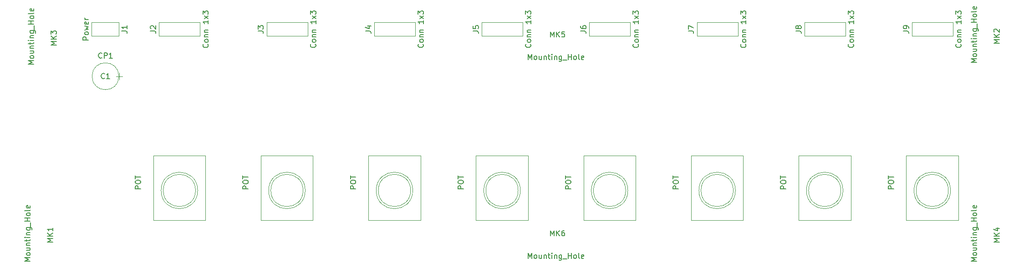
<source format=gbr>
G04 #@! TF.FileFunction,Other,Fab,Top*
%FSLAX46Y46*%
G04 Gerber Fmt 4.6, Leading zero omitted, Abs format (unit mm)*
G04 Created by KiCad (PCBNEW 4.0.7) date Monday, 21 May 2018 'PMt' 08:29:24 PM*
%MOMM*%
%LPD*%
G01*
G04 APERTURE LIST*
%ADD10C,0.100000*%
%ADD11C,0.150000*%
G04 APERTURE END LIST*
D10*
X38770000Y-98730000D02*
X33690000Y-98730000D01*
X33690000Y-98730000D02*
X33690000Y-101270000D01*
X33690000Y-101270000D02*
X38770000Y-101270000D01*
X38770000Y-101270000D02*
X38770000Y-98730000D01*
X46230000Y-101270000D02*
X53850000Y-101270000D01*
X53850000Y-101270000D02*
X53850000Y-98730000D01*
X53850000Y-98730000D02*
X46230000Y-98730000D01*
X46230000Y-98730000D02*
X46230000Y-101270000D01*
X66230000Y-101270000D02*
X73850000Y-101270000D01*
X73850000Y-101270000D02*
X73850000Y-98730000D01*
X73850000Y-98730000D02*
X66230000Y-98730000D01*
X66230000Y-98730000D02*
X66230000Y-101270000D01*
X86230000Y-101270000D02*
X93850000Y-101270000D01*
X93850000Y-101270000D02*
X93850000Y-98730000D01*
X93850000Y-98730000D02*
X86230000Y-98730000D01*
X86230000Y-98730000D02*
X86230000Y-101270000D01*
X106230000Y-101270000D02*
X113850000Y-101270000D01*
X113850000Y-101270000D02*
X113850000Y-98730000D01*
X113850000Y-98730000D02*
X106230000Y-98730000D01*
X106230000Y-98730000D02*
X106230000Y-101270000D01*
X126230000Y-101270000D02*
X133850000Y-101270000D01*
X133850000Y-101270000D02*
X133850000Y-98730000D01*
X133850000Y-98730000D02*
X126230000Y-98730000D01*
X126230000Y-98730000D02*
X126230000Y-101270000D01*
X146230000Y-101270000D02*
X153850000Y-101270000D01*
X153850000Y-101270000D02*
X153850000Y-98730000D01*
X153850000Y-98730000D02*
X146230000Y-98730000D01*
X146230000Y-98730000D02*
X146230000Y-101270000D01*
X166230000Y-101270000D02*
X173850000Y-101270000D01*
X173850000Y-101270000D02*
X173850000Y-98730000D01*
X173850000Y-98730000D02*
X166230000Y-98730000D01*
X166230000Y-98730000D02*
X166230000Y-101270000D01*
X186230000Y-101270000D02*
X193850000Y-101270000D01*
X193850000Y-101270000D02*
X193850000Y-98730000D01*
X193850000Y-98730000D02*
X186230000Y-98730000D01*
X186230000Y-98730000D02*
X186230000Y-101270000D01*
X53400000Y-130000000D02*
G75*
G03X53400000Y-130000000I-3400000J0D01*
G01*
X53000000Y-130000000D02*
G75*
G03X53000000Y-130000000I-3000000J0D01*
G01*
X54850000Y-123500000D02*
X45150000Y-123500000D01*
X45150000Y-123500000D02*
X45150000Y-135500000D01*
X45150000Y-135500000D02*
X54850000Y-135500000D01*
X54850000Y-135500000D02*
X54850000Y-123500000D01*
X73400000Y-130000000D02*
G75*
G03X73400000Y-130000000I-3400000J0D01*
G01*
X73000000Y-130000000D02*
G75*
G03X73000000Y-130000000I-3000000J0D01*
G01*
X74850000Y-123500000D02*
X65150000Y-123500000D01*
X65150000Y-123500000D02*
X65150000Y-135500000D01*
X65150000Y-135500000D02*
X74850000Y-135500000D01*
X74850000Y-135500000D02*
X74850000Y-123500000D01*
X93400000Y-130000000D02*
G75*
G03X93400000Y-130000000I-3400000J0D01*
G01*
X93000000Y-130000000D02*
G75*
G03X93000000Y-130000000I-3000000J0D01*
G01*
X94850000Y-123500000D02*
X85150000Y-123500000D01*
X85150000Y-123500000D02*
X85150000Y-135500000D01*
X85150000Y-135500000D02*
X94850000Y-135500000D01*
X94850000Y-135500000D02*
X94850000Y-123500000D01*
X113400000Y-130000000D02*
G75*
G03X113400000Y-130000000I-3400000J0D01*
G01*
X113000000Y-130000000D02*
G75*
G03X113000000Y-130000000I-3000000J0D01*
G01*
X114850000Y-123500000D02*
X105150000Y-123500000D01*
X105150000Y-123500000D02*
X105150000Y-135500000D01*
X105150000Y-135500000D02*
X114850000Y-135500000D01*
X114850000Y-135500000D02*
X114850000Y-123500000D01*
X133400000Y-130000000D02*
G75*
G03X133400000Y-130000000I-3400000J0D01*
G01*
X133000000Y-130000000D02*
G75*
G03X133000000Y-130000000I-3000000J0D01*
G01*
X134850000Y-123500000D02*
X125150000Y-123500000D01*
X125150000Y-123500000D02*
X125150000Y-135500000D01*
X125150000Y-135500000D02*
X134850000Y-135500000D01*
X134850000Y-135500000D02*
X134850000Y-123500000D01*
X153400000Y-130000000D02*
G75*
G03X153400000Y-130000000I-3400000J0D01*
G01*
X153000000Y-130000000D02*
G75*
G03X153000000Y-130000000I-3000000J0D01*
G01*
X154850000Y-123500000D02*
X145150000Y-123500000D01*
X145150000Y-123500000D02*
X145150000Y-135500000D01*
X145150000Y-135500000D02*
X154850000Y-135500000D01*
X154850000Y-135500000D02*
X154850000Y-123500000D01*
X173400000Y-130000000D02*
G75*
G03X173400000Y-130000000I-3400000J0D01*
G01*
X173000000Y-130000000D02*
G75*
G03X173000000Y-130000000I-3000000J0D01*
G01*
X174850000Y-123500000D02*
X165150000Y-123500000D01*
X165150000Y-123500000D02*
X165150000Y-135500000D01*
X165150000Y-135500000D02*
X174850000Y-135500000D01*
X174850000Y-135500000D02*
X174850000Y-123500000D01*
X193400000Y-130000000D02*
G75*
G03X193400000Y-130000000I-3400000J0D01*
G01*
X193000000Y-130000000D02*
G75*
G03X193000000Y-130000000I-3000000J0D01*
G01*
X194850000Y-123500000D02*
X185150000Y-123500000D01*
X185150000Y-123500000D02*
X185150000Y-135500000D01*
X185150000Y-135500000D02*
X194850000Y-135500000D01*
X194850000Y-135500000D02*
X194850000Y-123500000D01*
X38750000Y-108750000D02*
G75*
G03X38750000Y-108750000I-2500000J0D01*
G01*
X39450000Y-108750000D02*
X38250000Y-108750000D01*
X38850000Y-109400000D02*
X38850000Y-108100000D01*
D11*
X33082381Y-101976191D02*
X32082381Y-101976191D01*
X32082381Y-101595238D01*
X32130000Y-101500000D01*
X32177619Y-101452381D01*
X32272857Y-101404762D01*
X32415714Y-101404762D01*
X32510952Y-101452381D01*
X32558571Y-101500000D01*
X32606190Y-101595238D01*
X32606190Y-101976191D01*
X33082381Y-100833334D02*
X33034762Y-100928572D01*
X32987143Y-100976191D01*
X32891905Y-101023810D01*
X32606190Y-101023810D01*
X32510952Y-100976191D01*
X32463333Y-100928572D01*
X32415714Y-100833334D01*
X32415714Y-100690476D01*
X32463333Y-100595238D01*
X32510952Y-100547619D01*
X32606190Y-100500000D01*
X32891905Y-100500000D01*
X32987143Y-100547619D01*
X33034762Y-100595238D01*
X33082381Y-100690476D01*
X33082381Y-100833334D01*
X32415714Y-100166667D02*
X33082381Y-99976191D01*
X32606190Y-99785714D01*
X33082381Y-99595238D01*
X32415714Y-99404762D01*
X33034762Y-98642857D02*
X33082381Y-98738095D01*
X33082381Y-98928572D01*
X33034762Y-99023810D01*
X32939524Y-99071429D01*
X32558571Y-99071429D01*
X32463333Y-99023810D01*
X32415714Y-98928572D01*
X32415714Y-98738095D01*
X32463333Y-98642857D01*
X32558571Y-98595238D01*
X32653810Y-98595238D01*
X32749048Y-99071429D01*
X33082381Y-98166667D02*
X32415714Y-98166667D01*
X32606190Y-98166667D02*
X32510952Y-98119048D01*
X32463333Y-98071429D01*
X32415714Y-97976191D01*
X32415714Y-97880952D01*
X39282381Y-100333333D02*
X39996667Y-100333333D01*
X40139524Y-100380953D01*
X40234762Y-100476191D01*
X40282381Y-100619048D01*
X40282381Y-100714286D01*
X40282381Y-99333333D02*
X40282381Y-99904762D01*
X40282381Y-99619048D02*
X39282381Y-99619048D01*
X39425238Y-99714286D01*
X39520476Y-99809524D01*
X39568095Y-99904762D01*
X55267143Y-102785714D02*
X55314762Y-102833333D01*
X55362381Y-102976190D01*
X55362381Y-103071428D01*
X55314762Y-103214286D01*
X55219524Y-103309524D01*
X55124286Y-103357143D01*
X54933810Y-103404762D01*
X54790952Y-103404762D01*
X54600476Y-103357143D01*
X54505238Y-103309524D01*
X54410000Y-103214286D01*
X54362381Y-103071428D01*
X54362381Y-102976190D01*
X54410000Y-102833333D01*
X54457619Y-102785714D01*
X55362381Y-102214286D02*
X55314762Y-102309524D01*
X55267143Y-102357143D01*
X55171905Y-102404762D01*
X54886190Y-102404762D01*
X54790952Y-102357143D01*
X54743333Y-102309524D01*
X54695714Y-102214286D01*
X54695714Y-102071428D01*
X54743333Y-101976190D01*
X54790952Y-101928571D01*
X54886190Y-101880952D01*
X55171905Y-101880952D01*
X55267143Y-101928571D01*
X55314762Y-101976190D01*
X55362381Y-102071428D01*
X55362381Y-102214286D01*
X54695714Y-101452381D02*
X55362381Y-101452381D01*
X54790952Y-101452381D02*
X54743333Y-101404762D01*
X54695714Y-101309524D01*
X54695714Y-101166666D01*
X54743333Y-101071428D01*
X54838571Y-101023809D01*
X55362381Y-101023809D01*
X54695714Y-100547619D02*
X55362381Y-100547619D01*
X54790952Y-100547619D02*
X54743333Y-100500000D01*
X54695714Y-100404762D01*
X54695714Y-100261904D01*
X54743333Y-100166666D01*
X54838571Y-100119047D01*
X55362381Y-100119047D01*
X55362381Y-98357142D02*
X55362381Y-98928571D01*
X55362381Y-98642857D02*
X54362381Y-98642857D01*
X54505238Y-98738095D01*
X54600476Y-98833333D01*
X54648095Y-98928571D01*
X55362381Y-98023809D02*
X54695714Y-97499999D01*
X54695714Y-98023809D02*
X55362381Y-97499999D01*
X54362381Y-97214285D02*
X54362381Y-96595237D01*
X54743333Y-96928571D01*
X54743333Y-96785713D01*
X54790952Y-96690475D01*
X54838571Y-96642856D01*
X54933810Y-96595237D01*
X55171905Y-96595237D01*
X55267143Y-96642856D01*
X55314762Y-96690475D01*
X55362381Y-96785713D01*
X55362381Y-97071428D01*
X55314762Y-97166666D01*
X55267143Y-97214285D01*
X44622381Y-100333333D02*
X45336667Y-100333333D01*
X45479524Y-100380953D01*
X45574762Y-100476191D01*
X45622381Y-100619048D01*
X45622381Y-100714286D01*
X44717619Y-99904762D02*
X44670000Y-99857143D01*
X44622381Y-99761905D01*
X44622381Y-99523809D01*
X44670000Y-99428571D01*
X44717619Y-99380952D01*
X44812857Y-99333333D01*
X44908095Y-99333333D01*
X45050952Y-99380952D01*
X45622381Y-99952381D01*
X45622381Y-99333333D01*
X75267143Y-102785714D02*
X75314762Y-102833333D01*
X75362381Y-102976190D01*
X75362381Y-103071428D01*
X75314762Y-103214286D01*
X75219524Y-103309524D01*
X75124286Y-103357143D01*
X74933810Y-103404762D01*
X74790952Y-103404762D01*
X74600476Y-103357143D01*
X74505238Y-103309524D01*
X74410000Y-103214286D01*
X74362381Y-103071428D01*
X74362381Y-102976190D01*
X74410000Y-102833333D01*
X74457619Y-102785714D01*
X75362381Y-102214286D02*
X75314762Y-102309524D01*
X75267143Y-102357143D01*
X75171905Y-102404762D01*
X74886190Y-102404762D01*
X74790952Y-102357143D01*
X74743333Y-102309524D01*
X74695714Y-102214286D01*
X74695714Y-102071428D01*
X74743333Y-101976190D01*
X74790952Y-101928571D01*
X74886190Y-101880952D01*
X75171905Y-101880952D01*
X75267143Y-101928571D01*
X75314762Y-101976190D01*
X75362381Y-102071428D01*
X75362381Y-102214286D01*
X74695714Y-101452381D02*
X75362381Y-101452381D01*
X74790952Y-101452381D02*
X74743333Y-101404762D01*
X74695714Y-101309524D01*
X74695714Y-101166666D01*
X74743333Y-101071428D01*
X74838571Y-101023809D01*
X75362381Y-101023809D01*
X74695714Y-100547619D02*
X75362381Y-100547619D01*
X74790952Y-100547619D02*
X74743333Y-100500000D01*
X74695714Y-100404762D01*
X74695714Y-100261904D01*
X74743333Y-100166666D01*
X74838571Y-100119047D01*
X75362381Y-100119047D01*
X75362381Y-98357142D02*
X75362381Y-98928571D01*
X75362381Y-98642857D02*
X74362381Y-98642857D01*
X74505238Y-98738095D01*
X74600476Y-98833333D01*
X74648095Y-98928571D01*
X75362381Y-98023809D02*
X74695714Y-97499999D01*
X74695714Y-98023809D02*
X75362381Y-97499999D01*
X74362381Y-97214285D02*
X74362381Y-96595237D01*
X74743333Y-96928571D01*
X74743333Y-96785713D01*
X74790952Y-96690475D01*
X74838571Y-96642856D01*
X74933810Y-96595237D01*
X75171905Y-96595237D01*
X75267143Y-96642856D01*
X75314762Y-96690475D01*
X75362381Y-96785713D01*
X75362381Y-97071428D01*
X75314762Y-97166666D01*
X75267143Y-97214285D01*
X64622381Y-100333333D02*
X65336667Y-100333333D01*
X65479524Y-100380953D01*
X65574762Y-100476191D01*
X65622381Y-100619048D01*
X65622381Y-100714286D01*
X64622381Y-99952381D02*
X64622381Y-99333333D01*
X65003333Y-99666667D01*
X65003333Y-99523809D01*
X65050952Y-99428571D01*
X65098571Y-99380952D01*
X65193810Y-99333333D01*
X65431905Y-99333333D01*
X65527143Y-99380952D01*
X65574762Y-99428571D01*
X65622381Y-99523809D01*
X65622381Y-99809524D01*
X65574762Y-99904762D01*
X65527143Y-99952381D01*
X95267143Y-102785714D02*
X95314762Y-102833333D01*
X95362381Y-102976190D01*
X95362381Y-103071428D01*
X95314762Y-103214286D01*
X95219524Y-103309524D01*
X95124286Y-103357143D01*
X94933810Y-103404762D01*
X94790952Y-103404762D01*
X94600476Y-103357143D01*
X94505238Y-103309524D01*
X94410000Y-103214286D01*
X94362381Y-103071428D01*
X94362381Y-102976190D01*
X94410000Y-102833333D01*
X94457619Y-102785714D01*
X95362381Y-102214286D02*
X95314762Y-102309524D01*
X95267143Y-102357143D01*
X95171905Y-102404762D01*
X94886190Y-102404762D01*
X94790952Y-102357143D01*
X94743333Y-102309524D01*
X94695714Y-102214286D01*
X94695714Y-102071428D01*
X94743333Y-101976190D01*
X94790952Y-101928571D01*
X94886190Y-101880952D01*
X95171905Y-101880952D01*
X95267143Y-101928571D01*
X95314762Y-101976190D01*
X95362381Y-102071428D01*
X95362381Y-102214286D01*
X94695714Y-101452381D02*
X95362381Y-101452381D01*
X94790952Y-101452381D02*
X94743333Y-101404762D01*
X94695714Y-101309524D01*
X94695714Y-101166666D01*
X94743333Y-101071428D01*
X94838571Y-101023809D01*
X95362381Y-101023809D01*
X94695714Y-100547619D02*
X95362381Y-100547619D01*
X94790952Y-100547619D02*
X94743333Y-100500000D01*
X94695714Y-100404762D01*
X94695714Y-100261904D01*
X94743333Y-100166666D01*
X94838571Y-100119047D01*
X95362381Y-100119047D01*
X95362381Y-98357142D02*
X95362381Y-98928571D01*
X95362381Y-98642857D02*
X94362381Y-98642857D01*
X94505238Y-98738095D01*
X94600476Y-98833333D01*
X94648095Y-98928571D01*
X95362381Y-98023809D02*
X94695714Y-97499999D01*
X94695714Y-98023809D02*
X95362381Y-97499999D01*
X94362381Y-97214285D02*
X94362381Y-96595237D01*
X94743333Y-96928571D01*
X94743333Y-96785713D01*
X94790952Y-96690475D01*
X94838571Y-96642856D01*
X94933810Y-96595237D01*
X95171905Y-96595237D01*
X95267143Y-96642856D01*
X95314762Y-96690475D01*
X95362381Y-96785713D01*
X95362381Y-97071428D01*
X95314762Y-97166666D01*
X95267143Y-97214285D01*
X84622381Y-100333333D02*
X85336667Y-100333333D01*
X85479524Y-100380953D01*
X85574762Y-100476191D01*
X85622381Y-100619048D01*
X85622381Y-100714286D01*
X84955714Y-99428571D02*
X85622381Y-99428571D01*
X84574762Y-99666667D02*
X85289048Y-99904762D01*
X85289048Y-99285714D01*
X115267143Y-102785714D02*
X115314762Y-102833333D01*
X115362381Y-102976190D01*
X115362381Y-103071428D01*
X115314762Y-103214286D01*
X115219524Y-103309524D01*
X115124286Y-103357143D01*
X114933810Y-103404762D01*
X114790952Y-103404762D01*
X114600476Y-103357143D01*
X114505238Y-103309524D01*
X114410000Y-103214286D01*
X114362381Y-103071428D01*
X114362381Y-102976190D01*
X114410000Y-102833333D01*
X114457619Y-102785714D01*
X115362381Y-102214286D02*
X115314762Y-102309524D01*
X115267143Y-102357143D01*
X115171905Y-102404762D01*
X114886190Y-102404762D01*
X114790952Y-102357143D01*
X114743333Y-102309524D01*
X114695714Y-102214286D01*
X114695714Y-102071428D01*
X114743333Y-101976190D01*
X114790952Y-101928571D01*
X114886190Y-101880952D01*
X115171905Y-101880952D01*
X115267143Y-101928571D01*
X115314762Y-101976190D01*
X115362381Y-102071428D01*
X115362381Y-102214286D01*
X114695714Y-101452381D02*
X115362381Y-101452381D01*
X114790952Y-101452381D02*
X114743333Y-101404762D01*
X114695714Y-101309524D01*
X114695714Y-101166666D01*
X114743333Y-101071428D01*
X114838571Y-101023809D01*
X115362381Y-101023809D01*
X114695714Y-100547619D02*
X115362381Y-100547619D01*
X114790952Y-100547619D02*
X114743333Y-100500000D01*
X114695714Y-100404762D01*
X114695714Y-100261904D01*
X114743333Y-100166666D01*
X114838571Y-100119047D01*
X115362381Y-100119047D01*
X115362381Y-98357142D02*
X115362381Y-98928571D01*
X115362381Y-98642857D02*
X114362381Y-98642857D01*
X114505238Y-98738095D01*
X114600476Y-98833333D01*
X114648095Y-98928571D01*
X115362381Y-98023809D02*
X114695714Y-97499999D01*
X114695714Y-98023809D02*
X115362381Y-97499999D01*
X114362381Y-97214285D02*
X114362381Y-96595237D01*
X114743333Y-96928571D01*
X114743333Y-96785713D01*
X114790952Y-96690475D01*
X114838571Y-96642856D01*
X114933810Y-96595237D01*
X115171905Y-96595237D01*
X115267143Y-96642856D01*
X115314762Y-96690475D01*
X115362381Y-96785713D01*
X115362381Y-97071428D01*
X115314762Y-97166666D01*
X115267143Y-97214285D01*
X104622381Y-100333333D02*
X105336667Y-100333333D01*
X105479524Y-100380953D01*
X105574762Y-100476191D01*
X105622381Y-100619048D01*
X105622381Y-100714286D01*
X104622381Y-99380952D02*
X104622381Y-99857143D01*
X105098571Y-99904762D01*
X105050952Y-99857143D01*
X105003333Y-99761905D01*
X105003333Y-99523809D01*
X105050952Y-99428571D01*
X105098571Y-99380952D01*
X105193810Y-99333333D01*
X105431905Y-99333333D01*
X105527143Y-99380952D01*
X105574762Y-99428571D01*
X105622381Y-99523809D01*
X105622381Y-99761905D01*
X105574762Y-99857143D01*
X105527143Y-99904762D01*
X135267143Y-102785714D02*
X135314762Y-102833333D01*
X135362381Y-102976190D01*
X135362381Y-103071428D01*
X135314762Y-103214286D01*
X135219524Y-103309524D01*
X135124286Y-103357143D01*
X134933810Y-103404762D01*
X134790952Y-103404762D01*
X134600476Y-103357143D01*
X134505238Y-103309524D01*
X134410000Y-103214286D01*
X134362381Y-103071428D01*
X134362381Y-102976190D01*
X134410000Y-102833333D01*
X134457619Y-102785714D01*
X135362381Y-102214286D02*
X135314762Y-102309524D01*
X135267143Y-102357143D01*
X135171905Y-102404762D01*
X134886190Y-102404762D01*
X134790952Y-102357143D01*
X134743333Y-102309524D01*
X134695714Y-102214286D01*
X134695714Y-102071428D01*
X134743333Y-101976190D01*
X134790952Y-101928571D01*
X134886190Y-101880952D01*
X135171905Y-101880952D01*
X135267143Y-101928571D01*
X135314762Y-101976190D01*
X135362381Y-102071428D01*
X135362381Y-102214286D01*
X134695714Y-101452381D02*
X135362381Y-101452381D01*
X134790952Y-101452381D02*
X134743333Y-101404762D01*
X134695714Y-101309524D01*
X134695714Y-101166666D01*
X134743333Y-101071428D01*
X134838571Y-101023809D01*
X135362381Y-101023809D01*
X134695714Y-100547619D02*
X135362381Y-100547619D01*
X134790952Y-100547619D02*
X134743333Y-100500000D01*
X134695714Y-100404762D01*
X134695714Y-100261904D01*
X134743333Y-100166666D01*
X134838571Y-100119047D01*
X135362381Y-100119047D01*
X135362381Y-98357142D02*
X135362381Y-98928571D01*
X135362381Y-98642857D02*
X134362381Y-98642857D01*
X134505238Y-98738095D01*
X134600476Y-98833333D01*
X134648095Y-98928571D01*
X135362381Y-98023809D02*
X134695714Y-97499999D01*
X134695714Y-98023809D02*
X135362381Y-97499999D01*
X134362381Y-97214285D02*
X134362381Y-96595237D01*
X134743333Y-96928571D01*
X134743333Y-96785713D01*
X134790952Y-96690475D01*
X134838571Y-96642856D01*
X134933810Y-96595237D01*
X135171905Y-96595237D01*
X135267143Y-96642856D01*
X135314762Y-96690475D01*
X135362381Y-96785713D01*
X135362381Y-97071428D01*
X135314762Y-97166666D01*
X135267143Y-97214285D01*
X124622381Y-100333333D02*
X125336667Y-100333333D01*
X125479524Y-100380953D01*
X125574762Y-100476191D01*
X125622381Y-100619048D01*
X125622381Y-100714286D01*
X124622381Y-99428571D02*
X124622381Y-99619048D01*
X124670000Y-99714286D01*
X124717619Y-99761905D01*
X124860476Y-99857143D01*
X125050952Y-99904762D01*
X125431905Y-99904762D01*
X125527143Y-99857143D01*
X125574762Y-99809524D01*
X125622381Y-99714286D01*
X125622381Y-99523809D01*
X125574762Y-99428571D01*
X125527143Y-99380952D01*
X125431905Y-99333333D01*
X125193810Y-99333333D01*
X125098571Y-99380952D01*
X125050952Y-99428571D01*
X125003333Y-99523809D01*
X125003333Y-99714286D01*
X125050952Y-99809524D01*
X125098571Y-99857143D01*
X125193810Y-99904762D01*
X155267143Y-102785714D02*
X155314762Y-102833333D01*
X155362381Y-102976190D01*
X155362381Y-103071428D01*
X155314762Y-103214286D01*
X155219524Y-103309524D01*
X155124286Y-103357143D01*
X154933810Y-103404762D01*
X154790952Y-103404762D01*
X154600476Y-103357143D01*
X154505238Y-103309524D01*
X154410000Y-103214286D01*
X154362381Y-103071428D01*
X154362381Y-102976190D01*
X154410000Y-102833333D01*
X154457619Y-102785714D01*
X155362381Y-102214286D02*
X155314762Y-102309524D01*
X155267143Y-102357143D01*
X155171905Y-102404762D01*
X154886190Y-102404762D01*
X154790952Y-102357143D01*
X154743333Y-102309524D01*
X154695714Y-102214286D01*
X154695714Y-102071428D01*
X154743333Y-101976190D01*
X154790952Y-101928571D01*
X154886190Y-101880952D01*
X155171905Y-101880952D01*
X155267143Y-101928571D01*
X155314762Y-101976190D01*
X155362381Y-102071428D01*
X155362381Y-102214286D01*
X154695714Y-101452381D02*
X155362381Y-101452381D01*
X154790952Y-101452381D02*
X154743333Y-101404762D01*
X154695714Y-101309524D01*
X154695714Y-101166666D01*
X154743333Y-101071428D01*
X154838571Y-101023809D01*
X155362381Y-101023809D01*
X154695714Y-100547619D02*
X155362381Y-100547619D01*
X154790952Y-100547619D02*
X154743333Y-100500000D01*
X154695714Y-100404762D01*
X154695714Y-100261904D01*
X154743333Y-100166666D01*
X154838571Y-100119047D01*
X155362381Y-100119047D01*
X155362381Y-98357142D02*
X155362381Y-98928571D01*
X155362381Y-98642857D02*
X154362381Y-98642857D01*
X154505238Y-98738095D01*
X154600476Y-98833333D01*
X154648095Y-98928571D01*
X155362381Y-98023809D02*
X154695714Y-97499999D01*
X154695714Y-98023809D02*
X155362381Y-97499999D01*
X154362381Y-97214285D02*
X154362381Y-96595237D01*
X154743333Y-96928571D01*
X154743333Y-96785713D01*
X154790952Y-96690475D01*
X154838571Y-96642856D01*
X154933810Y-96595237D01*
X155171905Y-96595237D01*
X155267143Y-96642856D01*
X155314762Y-96690475D01*
X155362381Y-96785713D01*
X155362381Y-97071428D01*
X155314762Y-97166666D01*
X155267143Y-97214285D01*
X144622381Y-100333333D02*
X145336667Y-100333333D01*
X145479524Y-100380953D01*
X145574762Y-100476191D01*
X145622381Y-100619048D01*
X145622381Y-100714286D01*
X144622381Y-99952381D02*
X144622381Y-99285714D01*
X145622381Y-99714286D01*
X175267143Y-102785714D02*
X175314762Y-102833333D01*
X175362381Y-102976190D01*
X175362381Y-103071428D01*
X175314762Y-103214286D01*
X175219524Y-103309524D01*
X175124286Y-103357143D01*
X174933810Y-103404762D01*
X174790952Y-103404762D01*
X174600476Y-103357143D01*
X174505238Y-103309524D01*
X174410000Y-103214286D01*
X174362381Y-103071428D01*
X174362381Y-102976190D01*
X174410000Y-102833333D01*
X174457619Y-102785714D01*
X175362381Y-102214286D02*
X175314762Y-102309524D01*
X175267143Y-102357143D01*
X175171905Y-102404762D01*
X174886190Y-102404762D01*
X174790952Y-102357143D01*
X174743333Y-102309524D01*
X174695714Y-102214286D01*
X174695714Y-102071428D01*
X174743333Y-101976190D01*
X174790952Y-101928571D01*
X174886190Y-101880952D01*
X175171905Y-101880952D01*
X175267143Y-101928571D01*
X175314762Y-101976190D01*
X175362381Y-102071428D01*
X175362381Y-102214286D01*
X174695714Y-101452381D02*
X175362381Y-101452381D01*
X174790952Y-101452381D02*
X174743333Y-101404762D01*
X174695714Y-101309524D01*
X174695714Y-101166666D01*
X174743333Y-101071428D01*
X174838571Y-101023809D01*
X175362381Y-101023809D01*
X174695714Y-100547619D02*
X175362381Y-100547619D01*
X174790952Y-100547619D02*
X174743333Y-100500000D01*
X174695714Y-100404762D01*
X174695714Y-100261904D01*
X174743333Y-100166666D01*
X174838571Y-100119047D01*
X175362381Y-100119047D01*
X175362381Y-98357142D02*
X175362381Y-98928571D01*
X175362381Y-98642857D02*
X174362381Y-98642857D01*
X174505238Y-98738095D01*
X174600476Y-98833333D01*
X174648095Y-98928571D01*
X175362381Y-98023809D02*
X174695714Y-97499999D01*
X174695714Y-98023809D02*
X175362381Y-97499999D01*
X174362381Y-97214285D02*
X174362381Y-96595237D01*
X174743333Y-96928571D01*
X174743333Y-96785713D01*
X174790952Y-96690475D01*
X174838571Y-96642856D01*
X174933810Y-96595237D01*
X175171905Y-96595237D01*
X175267143Y-96642856D01*
X175314762Y-96690475D01*
X175362381Y-96785713D01*
X175362381Y-97071428D01*
X175314762Y-97166666D01*
X175267143Y-97214285D01*
X164622381Y-100333333D02*
X165336667Y-100333333D01*
X165479524Y-100380953D01*
X165574762Y-100476191D01*
X165622381Y-100619048D01*
X165622381Y-100714286D01*
X165050952Y-99714286D02*
X165003333Y-99809524D01*
X164955714Y-99857143D01*
X164860476Y-99904762D01*
X164812857Y-99904762D01*
X164717619Y-99857143D01*
X164670000Y-99809524D01*
X164622381Y-99714286D01*
X164622381Y-99523809D01*
X164670000Y-99428571D01*
X164717619Y-99380952D01*
X164812857Y-99333333D01*
X164860476Y-99333333D01*
X164955714Y-99380952D01*
X165003333Y-99428571D01*
X165050952Y-99523809D01*
X165050952Y-99714286D01*
X165098571Y-99809524D01*
X165146190Y-99857143D01*
X165241429Y-99904762D01*
X165431905Y-99904762D01*
X165527143Y-99857143D01*
X165574762Y-99809524D01*
X165622381Y-99714286D01*
X165622381Y-99523809D01*
X165574762Y-99428571D01*
X165527143Y-99380952D01*
X165431905Y-99333333D01*
X165241429Y-99333333D01*
X165146190Y-99380952D01*
X165098571Y-99428571D01*
X165050952Y-99523809D01*
X195267143Y-102785714D02*
X195314762Y-102833333D01*
X195362381Y-102976190D01*
X195362381Y-103071428D01*
X195314762Y-103214286D01*
X195219524Y-103309524D01*
X195124286Y-103357143D01*
X194933810Y-103404762D01*
X194790952Y-103404762D01*
X194600476Y-103357143D01*
X194505238Y-103309524D01*
X194410000Y-103214286D01*
X194362381Y-103071428D01*
X194362381Y-102976190D01*
X194410000Y-102833333D01*
X194457619Y-102785714D01*
X195362381Y-102214286D02*
X195314762Y-102309524D01*
X195267143Y-102357143D01*
X195171905Y-102404762D01*
X194886190Y-102404762D01*
X194790952Y-102357143D01*
X194743333Y-102309524D01*
X194695714Y-102214286D01*
X194695714Y-102071428D01*
X194743333Y-101976190D01*
X194790952Y-101928571D01*
X194886190Y-101880952D01*
X195171905Y-101880952D01*
X195267143Y-101928571D01*
X195314762Y-101976190D01*
X195362381Y-102071428D01*
X195362381Y-102214286D01*
X194695714Y-101452381D02*
X195362381Y-101452381D01*
X194790952Y-101452381D02*
X194743333Y-101404762D01*
X194695714Y-101309524D01*
X194695714Y-101166666D01*
X194743333Y-101071428D01*
X194838571Y-101023809D01*
X195362381Y-101023809D01*
X194695714Y-100547619D02*
X195362381Y-100547619D01*
X194790952Y-100547619D02*
X194743333Y-100500000D01*
X194695714Y-100404762D01*
X194695714Y-100261904D01*
X194743333Y-100166666D01*
X194838571Y-100119047D01*
X195362381Y-100119047D01*
X195362381Y-98357142D02*
X195362381Y-98928571D01*
X195362381Y-98642857D02*
X194362381Y-98642857D01*
X194505238Y-98738095D01*
X194600476Y-98833333D01*
X194648095Y-98928571D01*
X195362381Y-98023809D02*
X194695714Y-97499999D01*
X194695714Y-98023809D02*
X195362381Y-97499999D01*
X194362381Y-97214285D02*
X194362381Y-96595237D01*
X194743333Y-96928571D01*
X194743333Y-96785713D01*
X194790952Y-96690475D01*
X194838571Y-96642856D01*
X194933810Y-96595237D01*
X195171905Y-96595237D01*
X195267143Y-96642856D01*
X195314762Y-96690475D01*
X195362381Y-96785713D01*
X195362381Y-97071428D01*
X195314762Y-97166666D01*
X195267143Y-97214285D01*
X184622381Y-100333333D02*
X185336667Y-100333333D01*
X185479524Y-100380953D01*
X185574762Y-100476191D01*
X185622381Y-100619048D01*
X185622381Y-100714286D01*
X185622381Y-99809524D02*
X185622381Y-99619048D01*
X185574762Y-99523809D01*
X185527143Y-99476190D01*
X185384286Y-99380952D01*
X185193810Y-99333333D01*
X184812857Y-99333333D01*
X184717619Y-99380952D01*
X184670000Y-99428571D01*
X184622381Y-99523809D01*
X184622381Y-99714286D01*
X184670000Y-99809524D01*
X184717619Y-99857143D01*
X184812857Y-99904762D01*
X185050952Y-99904762D01*
X185146190Y-99857143D01*
X185193810Y-99809524D01*
X185241429Y-99714286D01*
X185241429Y-99523809D01*
X185193810Y-99428571D01*
X185146190Y-99380952D01*
X185050952Y-99333333D01*
X42802381Y-129716667D02*
X41802381Y-129716667D01*
X41802381Y-129335714D01*
X41850000Y-129240476D01*
X41897619Y-129192857D01*
X41992857Y-129145238D01*
X42135714Y-129145238D01*
X42230952Y-129192857D01*
X42278571Y-129240476D01*
X42326190Y-129335714D01*
X42326190Y-129716667D01*
X41802381Y-128526191D02*
X41802381Y-128335714D01*
X41850000Y-128240476D01*
X41945238Y-128145238D01*
X42135714Y-128097619D01*
X42469048Y-128097619D01*
X42659524Y-128145238D01*
X42754762Y-128240476D01*
X42802381Y-128335714D01*
X42802381Y-128526191D01*
X42754762Y-128621429D01*
X42659524Y-128716667D01*
X42469048Y-128764286D01*
X42135714Y-128764286D01*
X41945238Y-128716667D01*
X41850000Y-128621429D01*
X41802381Y-128526191D01*
X41802381Y-127811905D02*
X41802381Y-127240476D01*
X42802381Y-127526191D02*
X41802381Y-127526191D01*
X62802381Y-129716667D02*
X61802381Y-129716667D01*
X61802381Y-129335714D01*
X61850000Y-129240476D01*
X61897619Y-129192857D01*
X61992857Y-129145238D01*
X62135714Y-129145238D01*
X62230952Y-129192857D01*
X62278571Y-129240476D01*
X62326190Y-129335714D01*
X62326190Y-129716667D01*
X61802381Y-128526191D02*
X61802381Y-128335714D01*
X61850000Y-128240476D01*
X61945238Y-128145238D01*
X62135714Y-128097619D01*
X62469048Y-128097619D01*
X62659524Y-128145238D01*
X62754762Y-128240476D01*
X62802381Y-128335714D01*
X62802381Y-128526191D01*
X62754762Y-128621429D01*
X62659524Y-128716667D01*
X62469048Y-128764286D01*
X62135714Y-128764286D01*
X61945238Y-128716667D01*
X61850000Y-128621429D01*
X61802381Y-128526191D01*
X61802381Y-127811905D02*
X61802381Y-127240476D01*
X62802381Y-127526191D02*
X61802381Y-127526191D01*
X82802381Y-129716667D02*
X81802381Y-129716667D01*
X81802381Y-129335714D01*
X81850000Y-129240476D01*
X81897619Y-129192857D01*
X81992857Y-129145238D01*
X82135714Y-129145238D01*
X82230952Y-129192857D01*
X82278571Y-129240476D01*
X82326190Y-129335714D01*
X82326190Y-129716667D01*
X81802381Y-128526191D02*
X81802381Y-128335714D01*
X81850000Y-128240476D01*
X81945238Y-128145238D01*
X82135714Y-128097619D01*
X82469048Y-128097619D01*
X82659524Y-128145238D01*
X82754762Y-128240476D01*
X82802381Y-128335714D01*
X82802381Y-128526191D01*
X82754762Y-128621429D01*
X82659524Y-128716667D01*
X82469048Y-128764286D01*
X82135714Y-128764286D01*
X81945238Y-128716667D01*
X81850000Y-128621429D01*
X81802381Y-128526191D01*
X81802381Y-127811905D02*
X81802381Y-127240476D01*
X82802381Y-127526191D02*
X81802381Y-127526191D01*
X102802381Y-129716667D02*
X101802381Y-129716667D01*
X101802381Y-129335714D01*
X101850000Y-129240476D01*
X101897619Y-129192857D01*
X101992857Y-129145238D01*
X102135714Y-129145238D01*
X102230952Y-129192857D01*
X102278571Y-129240476D01*
X102326190Y-129335714D01*
X102326190Y-129716667D01*
X101802381Y-128526191D02*
X101802381Y-128335714D01*
X101850000Y-128240476D01*
X101945238Y-128145238D01*
X102135714Y-128097619D01*
X102469048Y-128097619D01*
X102659524Y-128145238D01*
X102754762Y-128240476D01*
X102802381Y-128335714D01*
X102802381Y-128526191D01*
X102754762Y-128621429D01*
X102659524Y-128716667D01*
X102469048Y-128764286D01*
X102135714Y-128764286D01*
X101945238Y-128716667D01*
X101850000Y-128621429D01*
X101802381Y-128526191D01*
X101802381Y-127811905D02*
X101802381Y-127240476D01*
X102802381Y-127526191D02*
X101802381Y-127526191D01*
X122802381Y-129716667D02*
X121802381Y-129716667D01*
X121802381Y-129335714D01*
X121850000Y-129240476D01*
X121897619Y-129192857D01*
X121992857Y-129145238D01*
X122135714Y-129145238D01*
X122230952Y-129192857D01*
X122278571Y-129240476D01*
X122326190Y-129335714D01*
X122326190Y-129716667D01*
X121802381Y-128526191D02*
X121802381Y-128335714D01*
X121850000Y-128240476D01*
X121945238Y-128145238D01*
X122135714Y-128097619D01*
X122469048Y-128097619D01*
X122659524Y-128145238D01*
X122754762Y-128240476D01*
X122802381Y-128335714D01*
X122802381Y-128526191D01*
X122754762Y-128621429D01*
X122659524Y-128716667D01*
X122469048Y-128764286D01*
X122135714Y-128764286D01*
X121945238Y-128716667D01*
X121850000Y-128621429D01*
X121802381Y-128526191D01*
X121802381Y-127811905D02*
X121802381Y-127240476D01*
X122802381Y-127526191D02*
X121802381Y-127526191D01*
X142802381Y-129716667D02*
X141802381Y-129716667D01*
X141802381Y-129335714D01*
X141850000Y-129240476D01*
X141897619Y-129192857D01*
X141992857Y-129145238D01*
X142135714Y-129145238D01*
X142230952Y-129192857D01*
X142278571Y-129240476D01*
X142326190Y-129335714D01*
X142326190Y-129716667D01*
X141802381Y-128526191D02*
X141802381Y-128335714D01*
X141850000Y-128240476D01*
X141945238Y-128145238D01*
X142135714Y-128097619D01*
X142469048Y-128097619D01*
X142659524Y-128145238D01*
X142754762Y-128240476D01*
X142802381Y-128335714D01*
X142802381Y-128526191D01*
X142754762Y-128621429D01*
X142659524Y-128716667D01*
X142469048Y-128764286D01*
X142135714Y-128764286D01*
X141945238Y-128716667D01*
X141850000Y-128621429D01*
X141802381Y-128526191D01*
X141802381Y-127811905D02*
X141802381Y-127240476D01*
X142802381Y-127526191D02*
X141802381Y-127526191D01*
X162802381Y-129716667D02*
X161802381Y-129716667D01*
X161802381Y-129335714D01*
X161850000Y-129240476D01*
X161897619Y-129192857D01*
X161992857Y-129145238D01*
X162135714Y-129145238D01*
X162230952Y-129192857D01*
X162278571Y-129240476D01*
X162326190Y-129335714D01*
X162326190Y-129716667D01*
X161802381Y-128526191D02*
X161802381Y-128335714D01*
X161850000Y-128240476D01*
X161945238Y-128145238D01*
X162135714Y-128097619D01*
X162469048Y-128097619D01*
X162659524Y-128145238D01*
X162754762Y-128240476D01*
X162802381Y-128335714D01*
X162802381Y-128526191D01*
X162754762Y-128621429D01*
X162659524Y-128716667D01*
X162469048Y-128764286D01*
X162135714Y-128764286D01*
X161945238Y-128716667D01*
X161850000Y-128621429D01*
X161802381Y-128526191D01*
X161802381Y-127811905D02*
X161802381Y-127240476D01*
X162802381Y-127526191D02*
X161802381Y-127526191D01*
X182802381Y-129716667D02*
X181802381Y-129716667D01*
X181802381Y-129335714D01*
X181850000Y-129240476D01*
X181897619Y-129192857D01*
X181992857Y-129145238D01*
X182135714Y-129145238D01*
X182230952Y-129192857D01*
X182278571Y-129240476D01*
X182326190Y-129335714D01*
X182326190Y-129716667D01*
X181802381Y-128526191D02*
X181802381Y-128335714D01*
X181850000Y-128240476D01*
X181945238Y-128145238D01*
X182135714Y-128097619D01*
X182469048Y-128097619D01*
X182659524Y-128145238D01*
X182754762Y-128240476D01*
X182802381Y-128335714D01*
X182802381Y-128526191D01*
X182754762Y-128621429D01*
X182659524Y-128716667D01*
X182469048Y-128764286D01*
X182135714Y-128764286D01*
X181945238Y-128716667D01*
X181850000Y-128621429D01*
X181802381Y-128526191D01*
X181802381Y-127811905D02*
X181802381Y-127240476D01*
X182802381Y-127526191D02*
X181802381Y-127526191D01*
X22252381Y-143166667D02*
X21252381Y-143166667D01*
X21966667Y-142833333D01*
X21252381Y-142500000D01*
X22252381Y-142500000D01*
X22252381Y-141880953D02*
X22204762Y-141976191D01*
X22157143Y-142023810D01*
X22061905Y-142071429D01*
X21776190Y-142071429D01*
X21680952Y-142023810D01*
X21633333Y-141976191D01*
X21585714Y-141880953D01*
X21585714Y-141738095D01*
X21633333Y-141642857D01*
X21680952Y-141595238D01*
X21776190Y-141547619D01*
X22061905Y-141547619D01*
X22157143Y-141595238D01*
X22204762Y-141642857D01*
X22252381Y-141738095D01*
X22252381Y-141880953D01*
X21585714Y-140690476D02*
X22252381Y-140690476D01*
X21585714Y-141119048D02*
X22109524Y-141119048D01*
X22204762Y-141071429D01*
X22252381Y-140976191D01*
X22252381Y-140833333D01*
X22204762Y-140738095D01*
X22157143Y-140690476D01*
X21585714Y-140214286D02*
X22252381Y-140214286D01*
X21680952Y-140214286D02*
X21633333Y-140166667D01*
X21585714Y-140071429D01*
X21585714Y-139928571D01*
X21633333Y-139833333D01*
X21728571Y-139785714D01*
X22252381Y-139785714D01*
X21585714Y-139452381D02*
X21585714Y-139071429D01*
X21252381Y-139309524D02*
X22109524Y-139309524D01*
X22204762Y-139261905D01*
X22252381Y-139166667D01*
X22252381Y-139071429D01*
X22252381Y-138738095D02*
X21585714Y-138738095D01*
X21252381Y-138738095D02*
X21300000Y-138785714D01*
X21347619Y-138738095D01*
X21300000Y-138690476D01*
X21252381Y-138738095D01*
X21347619Y-138738095D01*
X21585714Y-138261905D02*
X22252381Y-138261905D01*
X21680952Y-138261905D02*
X21633333Y-138214286D01*
X21585714Y-138119048D01*
X21585714Y-137976190D01*
X21633333Y-137880952D01*
X21728571Y-137833333D01*
X22252381Y-137833333D01*
X21585714Y-136928571D02*
X22395238Y-136928571D01*
X22490476Y-136976190D01*
X22538095Y-137023809D01*
X22585714Y-137119048D01*
X22585714Y-137261905D01*
X22538095Y-137357143D01*
X22204762Y-136928571D02*
X22252381Y-137023809D01*
X22252381Y-137214286D01*
X22204762Y-137309524D01*
X22157143Y-137357143D01*
X22061905Y-137404762D01*
X21776190Y-137404762D01*
X21680952Y-137357143D01*
X21633333Y-137309524D01*
X21585714Y-137214286D01*
X21585714Y-137023809D01*
X21633333Y-136928571D01*
X22347619Y-136690476D02*
X22347619Y-135928571D01*
X22252381Y-135690476D02*
X21252381Y-135690476D01*
X21728571Y-135690476D02*
X21728571Y-135119047D01*
X22252381Y-135119047D02*
X21252381Y-135119047D01*
X22252381Y-134500000D02*
X22204762Y-134595238D01*
X22157143Y-134642857D01*
X22061905Y-134690476D01*
X21776190Y-134690476D01*
X21680952Y-134642857D01*
X21633333Y-134595238D01*
X21585714Y-134500000D01*
X21585714Y-134357142D01*
X21633333Y-134261904D01*
X21680952Y-134214285D01*
X21776190Y-134166666D01*
X22061905Y-134166666D01*
X22157143Y-134214285D01*
X22204762Y-134261904D01*
X22252381Y-134357142D01*
X22252381Y-134500000D01*
X22252381Y-133595238D02*
X22204762Y-133690476D01*
X22109524Y-133738095D01*
X21252381Y-133738095D01*
X22204762Y-132833332D02*
X22252381Y-132928570D01*
X22252381Y-133119047D01*
X22204762Y-133214285D01*
X22109524Y-133261904D01*
X21728571Y-133261904D01*
X21633333Y-133214285D01*
X21585714Y-133119047D01*
X21585714Y-132928570D01*
X21633333Y-132833332D01*
X21728571Y-132785713D01*
X21823810Y-132785713D01*
X21919048Y-133261904D01*
X26452381Y-139609524D02*
X25452381Y-139609524D01*
X26166667Y-139276190D01*
X25452381Y-138942857D01*
X26452381Y-138942857D01*
X26452381Y-138466667D02*
X25452381Y-138466667D01*
X26452381Y-137895238D02*
X25880952Y-138323810D01*
X25452381Y-137895238D02*
X26023810Y-138466667D01*
X26452381Y-136942857D02*
X26452381Y-137514286D01*
X26452381Y-137228572D02*
X25452381Y-137228572D01*
X25595238Y-137323810D01*
X25690476Y-137419048D01*
X25738095Y-137514286D01*
X198252381Y-106166667D02*
X197252381Y-106166667D01*
X197966667Y-105833333D01*
X197252381Y-105500000D01*
X198252381Y-105500000D01*
X198252381Y-104880953D02*
X198204762Y-104976191D01*
X198157143Y-105023810D01*
X198061905Y-105071429D01*
X197776190Y-105071429D01*
X197680952Y-105023810D01*
X197633333Y-104976191D01*
X197585714Y-104880953D01*
X197585714Y-104738095D01*
X197633333Y-104642857D01*
X197680952Y-104595238D01*
X197776190Y-104547619D01*
X198061905Y-104547619D01*
X198157143Y-104595238D01*
X198204762Y-104642857D01*
X198252381Y-104738095D01*
X198252381Y-104880953D01*
X197585714Y-103690476D02*
X198252381Y-103690476D01*
X197585714Y-104119048D02*
X198109524Y-104119048D01*
X198204762Y-104071429D01*
X198252381Y-103976191D01*
X198252381Y-103833333D01*
X198204762Y-103738095D01*
X198157143Y-103690476D01*
X197585714Y-103214286D02*
X198252381Y-103214286D01*
X197680952Y-103214286D02*
X197633333Y-103166667D01*
X197585714Y-103071429D01*
X197585714Y-102928571D01*
X197633333Y-102833333D01*
X197728571Y-102785714D01*
X198252381Y-102785714D01*
X197585714Y-102452381D02*
X197585714Y-102071429D01*
X197252381Y-102309524D02*
X198109524Y-102309524D01*
X198204762Y-102261905D01*
X198252381Y-102166667D01*
X198252381Y-102071429D01*
X198252381Y-101738095D02*
X197585714Y-101738095D01*
X197252381Y-101738095D02*
X197300000Y-101785714D01*
X197347619Y-101738095D01*
X197300000Y-101690476D01*
X197252381Y-101738095D01*
X197347619Y-101738095D01*
X197585714Y-101261905D02*
X198252381Y-101261905D01*
X197680952Y-101261905D02*
X197633333Y-101214286D01*
X197585714Y-101119048D01*
X197585714Y-100976190D01*
X197633333Y-100880952D01*
X197728571Y-100833333D01*
X198252381Y-100833333D01*
X197585714Y-99928571D02*
X198395238Y-99928571D01*
X198490476Y-99976190D01*
X198538095Y-100023809D01*
X198585714Y-100119048D01*
X198585714Y-100261905D01*
X198538095Y-100357143D01*
X198204762Y-99928571D02*
X198252381Y-100023809D01*
X198252381Y-100214286D01*
X198204762Y-100309524D01*
X198157143Y-100357143D01*
X198061905Y-100404762D01*
X197776190Y-100404762D01*
X197680952Y-100357143D01*
X197633333Y-100309524D01*
X197585714Y-100214286D01*
X197585714Y-100023809D01*
X197633333Y-99928571D01*
X198347619Y-99690476D02*
X198347619Y-98928571D01*
X198252381Y-98690476D02*
X197252381Y-98690476D01*
X197728571Y-98690476D02*
X197728571Y-98119047D01*
X198252381Y-98119047D02*
X197252381Y-98119047D01*
X198252381Y-97500000D02*
X198204762Y-97595238D01*
X198157143Y-97642857D01*
X198061905Y-97690476D01*
X197776190Y-97690476D01*
X197680952Y-97642857D01*
X197633333Y-97595238D01*
X197585714Y-97500000D01*
X197585714Y-97357142D01*
X197633333Y-97261904D01*
X197680952Y-97214285D01*
X197776190Y-97166666D01*
X198061905Y-97166666D01*
X198157143Y-97214285D01*
X198204762Y-97261904D01*
X198252381Y-97357142D01*
X198252381Y-97500000D01*
X198252381Y-96595238D02*
X198204762Y-96690476D01*
X198109524Y-96738095D01*
X197252381Y-96738095D01*
X198204762Y-95833332D02*
X198252381Y-95928570D01*
X198252381Y-96119047D01*
X198204762Y-96214285D01*
X198109524Y-96261904D01*
X197728571Y-96261904D01*
X197633333Y-96214285D01*
X197585714Y-96119047D01*
X197585714Y-95928570D01*
X197633333Y-95833332D01*
X197728571Y-95785713D01*
X197823810Y-95785713D01*
X197919048Y-96261904D01*
X202452381Y-102609524D02*
X201452381Y-102609524D01*
X202166667Y-102276190D01*
X201452381Y-101942857D01*
X202452381Y-101942857D01*
X202452381Y-101466667D02*
X201452381Y-101466667D01*
X202452381Y-100895238D02*
X201880952Y-101323810D01*
X201452381Y-100895238D02*
X202023810Y-101466667D01*
X201547619Y-100514286D02*
X201500000Y-100466667D01*
X201452381Y-100371429D01*
X201452381Y-100133333D01*
X201500000Y-100038095D01*
X201547619Y-99990476D01*
X201642857Y-99942857D01*
X201738095Y-99942857D01*
X201880952Y-99990476D01*
X202452381Y-100561905D01*
X202452381Y-99942857D01*
X22922381Y-106512667D02*
X21922381Y-106512667D01*
X22636667Y-106179333D01*
X21922381Y-105846000D01*
X22922381Y-105846000D01*
X22922381Y-105226953D02*
X22874762Y-105322191D01*
X22827143Y-105369810D01*
X22731905Y-105417429D01*
X22446190Y-105417429D01*
X22350952Y-105369810D01*
X22303333Y-105322191D01*
X22255714Y-105226953D01*
X22255714Y-105084095D01*
X22303333Y-104988857D01*
X22350952Y-104941238D01*
X22446190Y-104893619D01*
X22731905Y-104893619D01*
X22827143Y-104941238D01*
X22874762Y-104988857D01*
X22922381Y-105084095D01*
X22922381Y-105226953D01*
X22255714Y-104036476D02*
X22922381Y-104036476D01*
X22255714Y-104465048D02*
X22779524Y-104465048D01*
X22874762Y-104417429D01*
X22922381Y-104322191D01*
X22922381Y-104179333D01*
X22874762Y-104084095D01*
X22827143Y-104036476D01*
X22255714Y-103560286D02*
X22922381Y-103560286D01*
X22350952Y-103560286D02*
X22303333Y-103512667D01*
X22255714Y-103417429D01*
X22255714Y-103274571D01*
X22303333Y-103179333D01*
X22398571Y-103131714D01*
X22922381Y-103131714D01*
X22255714Y-102798381D02*
X22255714Y-102417429D01*
X21922381Y-102655524D02*
X22779524Y-102655524D01*
X22874762Y-102607905D01*
X22922381Y-102512667D01*
X22922381Y-102417429D01*
X22922381Y-102084095D02*
X22255714Y-102084095D01*
X21922381Y-102084095D02*
X21970000Y-102131714D01*
X22017619Y-102084095D01*
X21970000Y-102036476D01*
X21922381Y-102084095D01*
X22017619Y-102084095D01*
X22255714Y-101607905D02*
X22922381Y-101607905D01*
X22350952Y-101607905D02*
X22303333Y-101560286D01*
X22255714Y-101465048D01*
X22255714Y-101322190D01*
X22303333Y-101226952D01*
X22398571Y-101179333D01*
X22922381Y-101179333D01*
X22255714Y-100274571D02*
X23065238Y-100274571D01*
X23160476Y-100322190D01*
X23208095Y-100369809D01*
X23255714Y-100465048D01*
X23255714Y-100607905D01*
X23208095Y-100703143D01*
X22874762Y-100274571D02*
X22922381Y-100369809D01*
X22922381Y-100560286D01*
X22874762Y-100655524D01*
X22827143Y-100703143D01*
X22731905Y-100750762D01*
X22446190Y-100750762D01*
X22350952Y-100703143D01*
X22303333Y-100655524D01*
X22255714Y-100560286D01*
X22255714Y-100369809D01*
X22303333Y-100274571D01*
X23017619Y-100036476D02*
X23017619Y-99274571D01*
X22922381Y-99036476D02*
X21922381Y-99036476D01*
X22398571Y-99036476D02*
X22398571Y-98465047D01*
X22922381Y-98465047D02*
X21922381Y-98465047D01*
X22922381Y-97846000D02*
X22874762Y-97941238D01*
X22827143Y-97988857D01*
X22731905Y-98036476D01*
X22446190Y-98036476D01*
X22350952Y-97988857D01*
X22303333Y-97941238D01*
X22255714Y-97846000D01*
X22255714Y-97703142D01*
X22303333Y-97607904D01*
X22350952Y-97560285D01*
X22446190Y-97512666D01*
X22731905Y-97512666D01*
X22827143Y-97560285D01*
X22874762Y-97607904D01*
X22922381Y-97703142D01*
X22922381Y-97846000D01*
X22922381Y-96941238D02*
X22874762Y-97036476D01*
X22779524Y-97084095D01*
X21922381Y-97084095D01*
X22874762Y-96179332D02*
X22922381Y-96274570D01*
X22922381Y-96465047D01*
X22874762Y-96560285D01*
X22779524Y-96607904D01*
X22398571Y-96607904D01*
X22303333Y-96560285D01*
X22255714Y-96465047D01*
X22255714Y-96274570D01*
X22303333Y-96179332D01*
X22398571Y-96131713D01*
X22493810Y-96131713D01*
X22589048Y-96607904D01*
X27122381Y-102955524D02*
X26122381Y-102955524D01*
X26836667Y-102622190D01*
X26122381Y-102288857D01*
X27122381Y-102288857D01*
X27122381Y-101812667D02*
X26122381Y-101812667D01*
X27122381Y-101241238D02*
X26550952Y-101669810D01*
X26122381Y-101241238D02*
X26693810Y-101812667D01*
X26122381Y-100907905D02*
X26122381Y-100288857D01*
X26503333Y-100622191D01*
X26503333Y-100479333D01*
X26550952Y-100384095D01*
X26598571Y-100336476D01*
X26693810Y-100288857D01*
X26931905Y-100288857D01*
X27027143Y-100336476D01*
X27074762Y-100384095D01*
X27122381Y-100479333D01*
X27122381Y-100765048D01*
X27074762Y-100860286D01*
X27027143Y-100907905D01*
X198252381Y-143166667D02*
X197252381Y-143166667D01*
X197966667Y-142833333D01*
X197252381Y-142500000D01*
X198252381Y-142500000D01*
X198252381Y-141880953D02*
X198204762Y-141976191D01*
X198157143Y-142023810D01*
X198061905Y-142071429D01*
X197776190Y-142071429D01*
X197680952Y-142023810D01*
X197633333Y-141976191D01*
X197585714Y-141880953D01*
X197585714Y-141738095D01*
X197633333Y-141642857D01*
X197680952Y-141595238D01*
X197776190Y-141547619D01*
X198061905Y-141547619D01*
X198157143Y-141595238D01*
X198204762Y-141642857D01*
X198252381Y-141738095D01*
X198252381Y-141880953D01*
X197585714Y-140690476D02*
X198252381Y-140690476D01*
X197585714Y-141119048D02*
X198109524Y-141119048D01*
X198204762Y-141071429D01*
X198252381Y-140976191D01*
X198252381Y-140833333D01*
X198204762Y-140738095D01*
X198157143Y-140690476D01*
X197585714Y-140214286D02*
X198252381Y-140214286D01*
X197680952Y-140214286D02*
X197633333Y-140166667D01*
X197585714Y-140071429D01*
X197585714Y-139928571D01*
X197633333Y-139833333D01*
X197728571Y-139785714D01*
X198252381Y-139785714D01*
X197585714Y-139452381D02*
X197585714Y-139071429D01*
X197252381Y-139309524D02*
X198109524Y-139309524D01*
X198204762Y-139261905D01*
X198252381Y-139166667D01*
X198252381Y-139071429D01*
X198252381Y-138738095D02*
X197585714Y-138738095D01*
X197252381Y-138738095D02*
X197300000Y-138785714D01*
X197347619Y-138738095D01*
X197300000Y-138690476D01*
X197252381Y-138738095D01*
X197347619Y-138738095D01*
X197585714Y-138261905D02*
X198252381Y-138261905D01*
X197680952Y-138261905D02*
X197633333Y-138214286D01*
X197585714Y-138119048D01*
X197585714Y-137976190D01*
X197633333Y-137880952D01*
X197728571Y-137833333D01*
X198252381Y-137833333D01*
X197585714Y-136928571D02*
X198395238Y-136928571D01*
X198490476Y-136976190D01*
X198538095Y-137023809D01*
X198585714Y-137119048D01*
X198585714Y-137261905D01*
X198538095Y-137357143D01*
X198204762Y-136928571D02*
X198252381Y-137023809D01*
X198252381Y-137214286D01*
X198204762Y-137309524D01*
X198157143Y-137357143D01*
X198061905Y-137404762D01*
X197776190Y-137404762D01*
X197680952Y-137357143D01*
X197633333Y-137309524D01*
X197585714Y-137214286D01*
X197585714Y-137023809D01*
X197633333Y-136928571D01*
X198347619Y-136690476D02*
X198347619Y-135928571D01*
X198252381Y-135690476D02*
X197252381Y-135690476D01*
X197728571Y-135690476D02*
X197728571Y-135119047D01*
X198252381Y-135119047D02*
X197252381Y-135119047D01*
X198252381Y-134500000D02*
X198204762Y-134595238D01*
X198157143Y-134642857D01*
X198061905Y-134690476D01*
X197776190Y-134690476D01*
X197680952Y-134642857D01*
X197633333Y-134595238D01*
X197585714Y-134500000D01*
X197585714Y-134357142D01*
X197633333Y-134261904D01*
X197680952Y-134214285D01*
X197776190Y-134166666D01*
X198061905Y-134166666D01*
X198157143Y-134214285D01*
X198204762Y-134261904D01*
X198252381Y-134357142D01*
X198252381Y-134500000D01*
X198252381Y-133595238D02*
X198204762Y-133690476D01*
X198109524Y-133738095D01*
X197252381Y-133738095D01*
X198204762Y-132833332D02*
X198252381Y-132928570D01*
X198252381Y-133119047D01*
X198204762Y-133214285D01*
X198109524Y-133261904D01*
X197728571Y-133261904D01*
X197633333Y-133214285D01*
X197585714Y-133119047D01*
X197585714Y-132928570D01*
X197633333Y-132833332D01*
X197728571Y-132785713D01*
X197823810Y-132785713D01*
X197919048Y-133261904D01*
X202452381Y-139609524D02*
X201452381Y-139609524D01*
X202166667Y-139276190D01*
X201452381Y-138942857D01*
X202452381Y-138942857D01*
X202452381Y-138466667D02*
X201452381Y-138466667D01*
X202452381Y-137895238D02*
X201880952Y-138323810D01*
X201452381Y-137895238D02*
X202023810Y-138466667D01*
X201785714Y-137038095D02*
X202452381Y-137038095D01*
X201404762Y-137276191D02*
X202119048Y-137514286D01*
X202119048Y-136895238D01*
X114833333Y-105652381D02*
X114833333Y-104652381D01*
X115166667Y-105366667D01*
X115500000Y-104652381D01*
X115500000Y-105652381D01*
X116119047Y-105652381D02*
X116023809Y-105604762D01*
X115976190Y-105557143D01*
X115928571Y-105461905D01*
X115928571Y-105176190D01*
X115976190Y-105080952D01*
X116023809Y-105033333D01*
X116119047Y-104985714D01*
X116261905Y-104985714D01*
X116357143Y-105033333D01*
X116404762Y-105080952D01*
X116452381Y-105176190D01*
X116452381Y-105461905D01*
X116404762Y-105557143D01*
X116357143Y-105604762D01*
X116261905Y-105652381D01*
X116119047Y-105652381D01*
X117309524Y-104985714D02*
X117309524Y-105652381D01*
X116880952Y-104985714D02*
X116880952Y-105509524D01*
X116928571Y-105604762D01*
X117023809Y-105652381D01*
X117166667Y-105652381D01*
X117261905Y-105604762D01*
X117309524Y-105557143D01*
X117785714Y-104985714D02*
X117785714Y-105652381D01*
X117785714Y-105080952D02*
X117833333Y-105033333D01*
X117928571Y-104985714D01*
X118071429Y-104985714D01*
X118166667Y-105033333D01*
X118214286Y-105128571D01*
X118214286Y-105652381D01*
X118547619Y-104985714D02*
X118928571Y-104985714D01*
X118690476Y-104652381D02*
X118690476Y-105509524D01*
X118738095Y-105604762D01*
X118833333Y-105652381D01*
X118928571Y-105652381D01*
X119261905Y-105652381D02*
X119261905Y-104985714D01*
X119261905Y-104652381D02*
X119214286Y-104700000D01*
X119261905Y-104747619D01*
X119309524Y-104700000D01*
X119261905Y-104652381D01*
X119261905Y-104747619D01*
X119738095Y-104985714D02*
X119738095Y-105652381D01*
X119738095Y-105080952D02*
X119785714Y-105033333D01*
X119880952Y-104985714D01*
X120023810Y-104985714D01*
X120119048Y-105033333D01*
X120166667Y-105128571D01*
X120166667Y-105652381D01*
X121071429Y-104985714D02*
X121071429Y-105795238D01*
X121023810Y-105890476D01*
X120976191Y-105938095D01*
X120880952Y-105985714D01*
X120738095Y-105985714D01*
X120642857Y-105938095D01*
X121071429Y-105604762D02*
X120976191Y-105652381D01*
X120785714Y-105652381D01*
X120690476Y-105604762D01*
X120642857Y-105557143D01*
X120595238Y-105461905D01*
X120595238Y-105176190D01*
X120642857Y-105080952D01*
X120690476Y-105033333D01*
X120785714Y-104985714D01*
X120976191Y-104985714D01*
X121071429Y-105033333D01*
X121309524Y-105747619D02*
X122071429Y-105747619D01*
X122309524Y-105652381D02*
X122309524Y-104652381D01*
X122309524Y-105128571D02*
X122880953Y-105128571D01*
X122880953Y-105652381D02*
X122880953Y-104652381D01*
X123500000Y-105652381D02*
X123404762Y-105604762D01*
X123357143Y-105557143D01*
X123309524Y-105461905D01*
X123309524Y-105176190D01*
X123357143Y-105080952D01*
X123404762Y-105033333D01*
X123500000Y-104985714D01*
X123642858Y-104985714D01*
X123738096Y-105033333D01*
X123785715Y-105080952D01*
X123833334Y-105176190D01*
X123833334Y-105461905D01*
X123785715Y-105557143D01*
X123738096Y-105604762D01*
X123642858Y-105652381D01*
X123500000Y-105652381D01*
X124404762Y-105652381D02*
X124309524Y-105604762D01*
X124261905Y-105509524D01*
X124261905Y-104652381D01*
X125166668Y-105604762D02*
X125071430Y-105652381D01*
X124880953Y-105652381D01*
X124785715Y-105604762D01*
X124738096Y-105509524D01*
X124738096Y-105128571D01*
X124785715Y-105033333D01*
X124880953Y-104985714D01*
X125071430Y-104985714D01*
X125166668Y-105033333D01*
X125214287Y-105128571D01*
X125214287Y-105223810D01*
X124738096Y-105319048D01*
X118990476Y-101452381D02*
X118990476Y-100452381D01*
X119323810Y-101166667D01*
X119657143Y-100452381D01*
X119657143Y-101452381D01*
X120133333Y-101452381D02*
X120133333Y-100452381D01*
X120704762Y-101452381D02*
X120276190Y-100880952D01*
X120704762Y-100452381D02*
X120133333Y-101023810D01*
X121609524Y-100452381D02*
X121133333Y-100452381D01*
X121085714Y-100928571D01*
X121133333Y-100880952D01*
X121228571Y-100833333D01*
X121466667Y-100833333D01*
X121561905Y-100880952D01*
X121609524Y-100928571D01*
X121657143Y-101023810D01*
X121657143Y-101261905D01*
X121609524Y-101357143D01*
X121561905Y-101404762D01*
X121466667Y-101452381D01*
X121228571Y-101452381D01*
X121133333Y-101404762D01*
X121085714Y-101357143D01*
X114833333Y-142652381D02*
X114833333Y-141652381D01*
X115166667Y-142366667D01*
X115500000Y-141652381D01*
X115500000Y-142652381D01*
X116119047Y-142652381D02*
X116023809Y-142604762D01*
X115976190Y-142557143D01*
X115928571Y-142461905D01*
X115928571Y-142176190D01*
X115976190Y-142080952D01*
X116023809Y-142033333D01*
X116119047Y-141985714D01*
X116261905Y-141985714D01*
X116357143Y-142033333D01*
X116404762Y-142080952D01*
X116452381Y-142176190D01*
X116452381Y-142461905D01*
X116404762Y-142557143D01*
X116357143Y-142604762D01*
X116261905Y-142652381D01*
X116119047Y-142652381D01*
X117309524Y-141985714D02*
X117309524Y-142652381D01*
X116880952Y-141985714D02*
X116880952Y-142509524D01*
X116928571Y-142604762D01*
X117023809Y-142652381D01*
X117166667Y-142652381D01*
X117261905Y-142604762D01*
X117309524Y-142557143D01*
X117785714Y-141985714D02*
X117785714Y-142652381D01*
X117785714Y-142080952D02*
X117833333Y-142033333D01*
X117928571Y-141985714D01*
X118071429Y-141985714D01*
X118166667Y-142033333D01*
X118214286Y-142128571D01*
X118214286Y-142652381D01*
X118547619Y-141985714D02*
X118928571Y-141985714D01*
X118690476Y-141652381D02*
X118690476Y-142509524D01*
X118738095Y-142604762D01*
X118833333Y-142652381D01*
X118928571Y-142652381D01*
X119261905Y-142652381D02*
X119261905Y-141985714D01*
X119261905Y-141652381D02*
X119214286Y-141700000D01*
X119261905Y-141747619D01*
X119309524Y-141700000D01*
X119261905Y-141652381D01*
X119261905Y-141747619D01*
X119738095Y-141985714D02*
X119738095Y-142652381D01*
X119738095Y-142080952D02*
X119785714Y-142033333D01*
X119880952Y-141985714D01*
X120023810Y-141985714D01*
X120119048Y-142033333D01*
X120166667Y-142128571D01*
X120166667Y-142652381D01*
X121071429Y-141985714D02*
X121071429Y-142795238D01*
X121023810Y-142890476D01*
X120976191Y-142938095D01*
X120880952Y-142985714D01*
X120738095Y-142985714D01*
X120642857Y-142938095D01*
X121071429Y-142604762D02*
X120976191Y-142652381D01*
X120785714Y-142652381D01*
X120690476Y-142604762D01*
X120642857Y-142557143D01*
X120595238Y-142461905D01*
X120595238Y-142176190D01*
X120642857Y-142080952D01*
X120690476Y-142033333D01*
X120785714Y-141985714D01*
X120976191Y-141985714D01*
X121071429Y-142033333D01*
X121309524Y-142747619D02*
X122071429Y-142747619D01*
X122309524Y-142652381D02*
X122309524Y-141652381D01*
X122309524Y-142128571D02*
X122880953Y-142128571D01*
X122880953Y-142652381D02*
X122880953Y-141652381D01*
X123500000Y-142652381D02*
X123404762Y-142604762D01*
X123357143Y-142557143D01*
X123309524Y-142461905D01*
X123309524Y-142176190D01*
X123357143Y-142080952D01*
X123404762Y-142033333D01*
X123500000Y-141985714D01*
X123642858Y-141985714D01*
X123738096Y-142033333D01*
X123785715Y-142080952D01*
X123833334Y-142176190D01*
X123833334Y-142461905D01*
X123785715Y-142557143D01*
X123738096Y-142604762D01*
X123642858Y-142652381D01*
X123500000Y-142652381D01*
X124404762Y-142652381D02*
X124309524Y-142604762D01*
X124261905Y-142509524D01*
X124261905Y-141652381D01*
X125166668Y-142604762D02*
X125071430Y-142652381D01*
X124880953Y-142652381D01*
X124785715Y-142604762D01*
X124738096Y-142509524D01*
X124738096Y-142128571D01*
X124785715Y-142033333D01*
X124880953Y-141985714D01*
X125071430Y-141985714D01*
X125166668Y-142033333D01*
X125214287Y-142128571D01*
X125214287Y-142223810D01*
X124738096Y-142319048D01*
X118990476Y-138452381D02*
X118990476Y-137452381D01*
X119323810Y-138166667D01*
X119657143Y-137452381D01*
X119657143Y-138452381D01*
X120133333Y-138452381D02*
X120133333Y-137452381D01*
X120704762Y-138452381D02*
X120276190Y-137880952D01*
X120704762Y-137452381D02*
X120133333Y-138023810D01*
X121561905Y-137452381D02*
X121371428Y-137452381D01*
X121276190Y-137500000D01*
X121228571Y-137547619D01*
X121133333Y-137690476D01*
X121085714Y-137880952D01*
X121085714Y-138261905D01*
X121133333Y-138357143D01*
X121180952Y-138404762D01*
X121276190Y-138452381D01*
X121466667Y-138452381D01*
X121561905Y-138404762D01*
X121609524Y-138357143D01*
X121657143Y-138261905D01*
X121657143Y-138023810D01*
X121609524Y-137928571D01*
X121561905Y-137880952D01*
X121466667Y-137833333D01*
X121276190Y-137833333D01*
X121180952Y-137880952D01*
X121133333Y-137928571D01*
X121085714Y-138023810D01*
X35583334Y-105297143D02*
X35535715Y-105344762D01*
X35392858Y-105392381D01*
X35297620Y-105392381D01*
X35154762Y-105344762D01*
X35059524Y-105249524D01*
X35011905Y-105154286D01*
X34964286Y-104963810D01*
X34964286Y-104820952D01*
X35011905Y-104630476D01*
X35059524Y-104535238D01*
X35154762Y-104440000D01*
X35297620Y-104392381D01*
X35392858Y-104392381D01*
X35535715Y-104440000D01*
X35583334Y-104487619D01*
X36011905Y-105392381D02*
X36011905Y-104392381D01*
X36392858Y-104392381D01*
X36488096Y-104440000D01*
X36535715Y-104487619D01*
X36583334Y-104582857D01*
X36583334Y-104725714D01*
X36535715Y-104820952D01*
X36488096Y-104868571D01*
X36392858Y-104916190D01*
X36011905Y-104916190D01*
X37535715Y-105392381D02*
X36964286Y-105392381D01*
X37250000Y-105392381D02*
X37250000Y-104392381D01*
X37154762Y-104535238D01*
X37059524Y-104630476D01*
X36964286Y-104678095D01*
X36083334Y-109107143D02*
X36035715Y-109154762D01*
X35892858Y-109202381D01*
X35797620Y-109202381D01*
X35654762Y-109154762D01*
X35559524Y-109059524D01*
X35511905Y-108964286D01*
X35464286Y-108773810D01*
X35464286Y-108630952D01*
X35511905Y-108440476D01*
X35559524Y-108345238D01*
X35654762Y-108250000D01*
X35797620Y-108202381D01*
X35892858Y-108202381D01*
X36035715Y-108250000D01*
X36083334Y-108297619D01*
X37035715Y-109202381D02*
X36464286Y-109202381D01*
X36750000Y-109202381D02*
X36750000Y-108202381D01*
X36654762Y-108345238D01*
X36559524Y-108440476D01*
X36464286Y-108488095D01*
M02*

</source>
